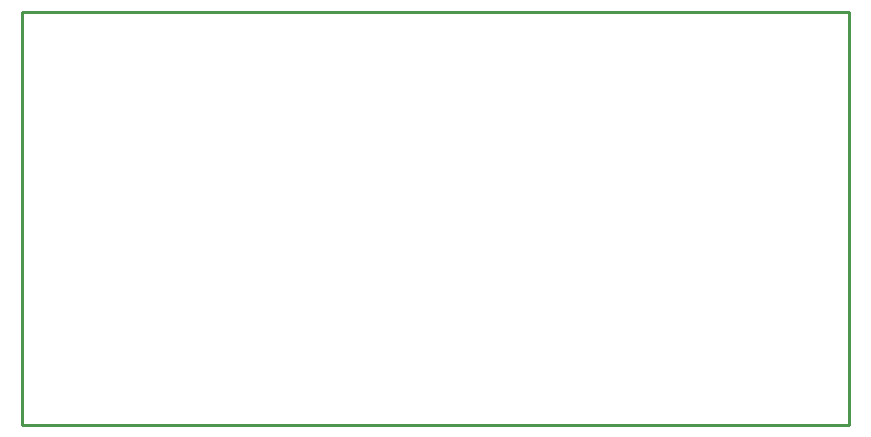
<source format=gko>
G04 Layer: BoardOutlineLayer*
G04 EasyEDA v6.5.47, 2024-12-05 11:28:38*
G04 e01d2f149ab64b4ea65648a7afd3b608,d06a1f6f384c4cbbbfe4d72778ff38a8,10*
G04 Gerber Generator version 0.2*
G04 Scale: 100 percent, Rotated: No, Reflected: No *
G04 Dimensions in millimeters *
G04 leading zeros omitted , absolute positions ,4 integer and 5 decimal *
%FSLAX45Y45*%
%MOMM*%

%ADD10C,0.2540*%
D10*
X0Y0D02*
G01*
X6999986Y0D01*
X6999986Y-3499865D01*
X0Y-3499865D01*
X0Y-2074163D01*
X0Y0D01*

%LPD*%
M02*

</source>
